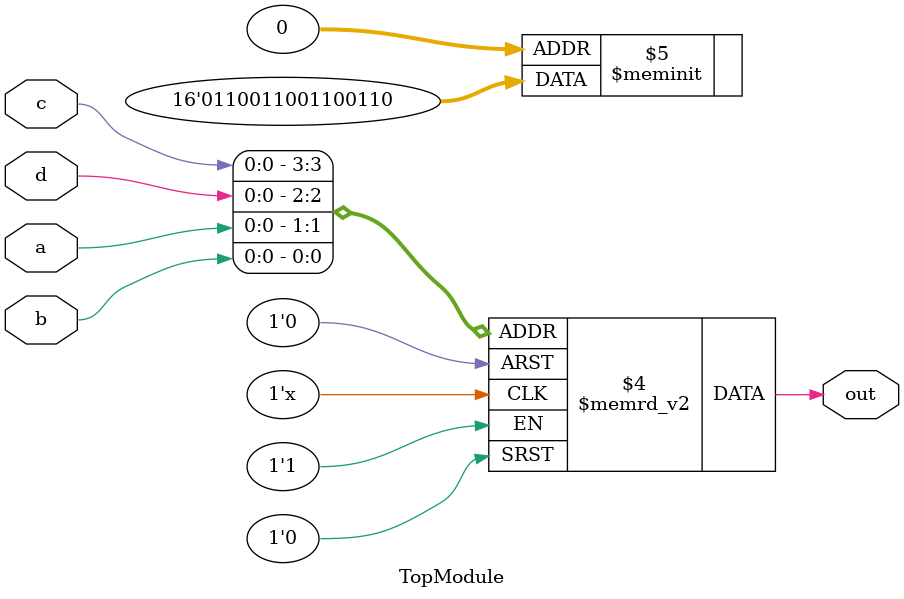
<source format=sv>

module TopModule(
    input a,
    input b,
    input c,
    input d,
    output reg out
);

always @(*) begin
    case({c, d, a, b})
        4'b0000: out = 1'b0;
        4'b0001: out = 1'b1;
        4'b0011: out = 1'b0;
        4'b0010: out = 1'b1;
        4'b0110: out = 1'b1;
        4'b0111: out = 1'b0;
        4'b0101: out = 1'b1;
        4'b0100: out = 1'b0;
        4'b1100: out = 1'b0;
        4'b1101: out = 1'b1;
        4'b1111: out = 1'b0;
        4'b1110: out = 1'b1;
        4'b1010: out = 1'b1;
        4'b1011: out = 1'b0;
        4'b1001: out = 1'b1;
        4'b1000: out = 1'b0;
        default: out = 1'b0; // Default case
    endcase
end

endmodule
</source>
